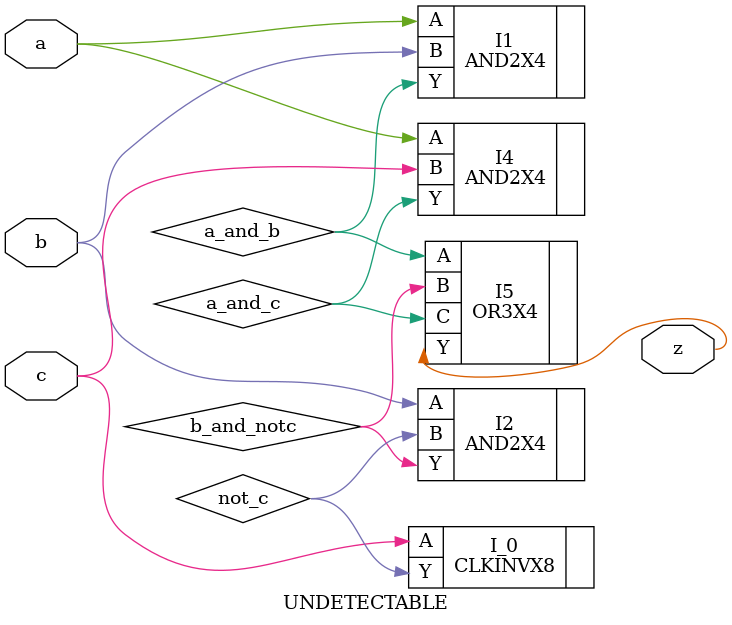
<source format=v>


module UNDETECTABLE ( a, b, c, z );
  input a, b, c;
  output z;
  wire   not_c, a_and_b, b_and_notc, a_and_c;

  OR3X4 I5 ( .A(a_and_b), .B(b_and_notc), .C(a_and_c), .Y(z) );
  AND2X4 I4 ( .A(a), .B(c), .Y(a_and_c) );
  AND2X4 I2 ( .A(b), .B(not_c), .Y(b_and_notc) );
  AND2X4 I1 ( .A(a), .B(b), .Y(a_and_b) );
  CLKINVX8 I_0 ( .A(c), .Y(not_c) );
endmodule


</source>
